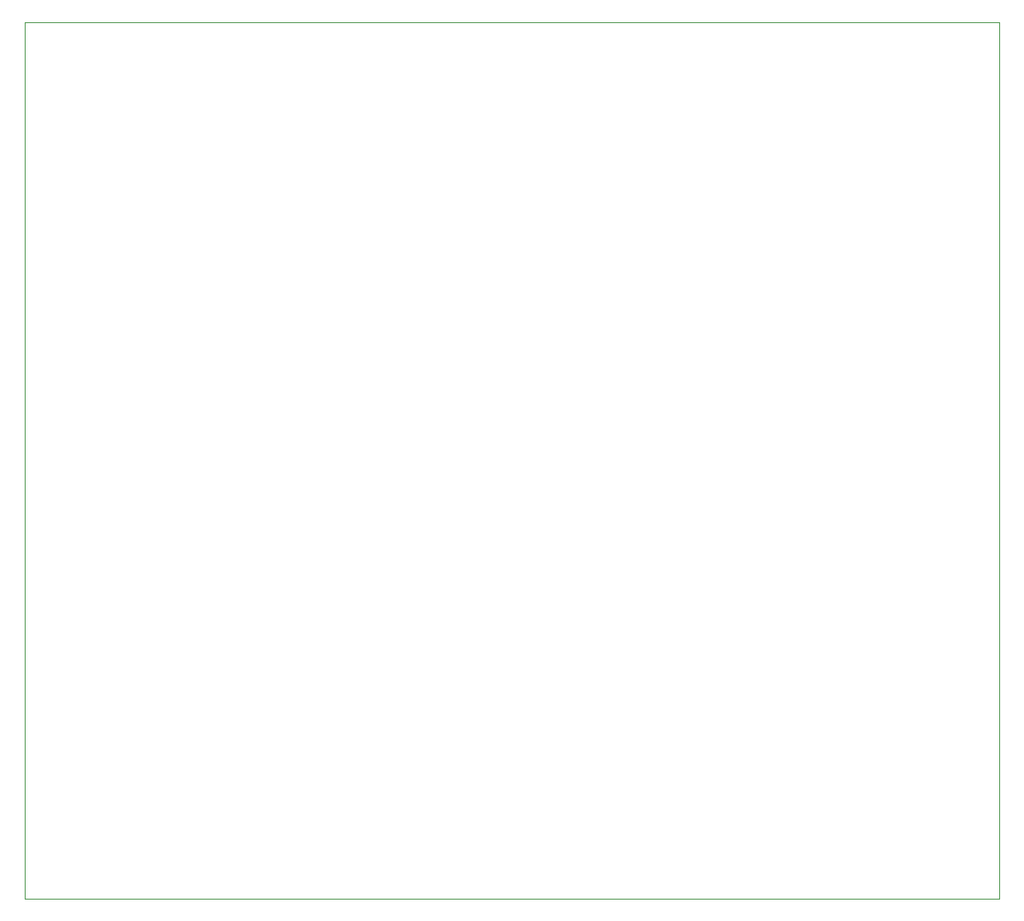
<source format=gbr>
G04 #@! TF.GenerationSoftware,KiCad,Pcbnew,(5.1.4)-1*
G04 #@! TF.CreationDate,2021-12-07T11:14:46-05:00*
G04 #@! TF.ProjectId,PowerBoard,506f7765-7242-46f6-9172-642e6b696361,rev?*
G04 #@! TF.SameCoordinates,Original*
G04 #@! TF.FileFunction,Profile,NP*
%FSLAX46Y46*%
G04 Gerber Fmt 4.6, Leading zero omitted, Abs format (unit mm)*
G04 Created by KiCad (PCBNEW (5.1.4)-1) date 2021-12-07 11:14:46*
%MOMM*%
%LPD*%
G04 APERTURE LIST*
%ADD10C,0.050000*%
G04 APERTURE END LIST*
D10*
X160000000Y-125000000D02*
X60000000Y-125000000D01*
X160000000Y-35000000D02*
X160000000Y-125000000D01*
X60000000Y-35000000D02*
X160000000Y-35000000D01*
X60000000Y-125000000D02*
X60000000Y-35000000D01*
M02*

</source>
